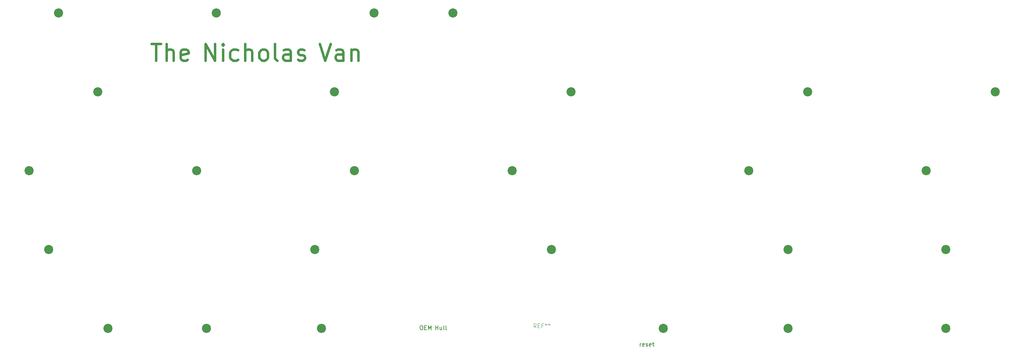
<source format=gbr>
%TF.GenerationSoftware,KiCad,Pcbnew,(7.0.0)*%
%TF.CreationDate,2023-09-29T19:28:17+02:00*%
%TF.ProjectId,Hull OEM 625u,48756c6c-204f-4454-9d20-363235752e6b,rev?*%
%TF.SameCoordinates,Original*%
%TF.FileFunction,Legend,Top*%
%TF.FilePolarity,Positive*%
%FSLAX46Y46*%
G04 Gerber Fmt 4.6, Leading zero omitted, Abs format (unit mm)*
G04 Created by KiCad (PCBNEW (7.0.0)) date 2023-09-29 19:28:17*
%MOMM*%
%LPD*%
G01*
G04 APERTURE LIST*
%ADD10C,0.150000*%
%ADD11C,0.600000*%
%ADD12C,0.100000*%
%ADD13C,2.200000*%
G04 APERTURE END LIST*
D10*
X178562202Y-139273630D02*
X178562202Y-138606964D01*
X178562202Y-138797440D02*
X178609821Y-138702202D01*
X178609821Y-138702202D02*
X178657440Y-138654583D01*
X178657440Y-138654583D02*
X178752678Y-138606964D01*
X178752678Y-138606964D02*
X178847916Y-138606964D01*
X179562202Y-139226011D02*
X179466964Y-139273630D01*
X179466964Y-139273630D02*
X179276488Y-139273630D01*
X179276488Y-139273630D02*
X179181250Y-139226011D01*
X179181250Y-139226011D02*
X179133631Y-139130773D01*
X179133631Y-139130773D02*
X179133631Y-138749821D01*
X179133631Y-138749821D02*
X179181250Y-138654583D01*
X179181250Y-138654583D02*
X179276488Y-138606964D01*
X179276488Y-138606964D02*
X179466964Y-138606964D01*
X179466964Y-138606964D02*
X179562202Y-138654583D01*
X179562202Y-138654583D02*
X179609821Y-138749821D01*
X179609821Y-138749821D02*
X179609821Y-138845059D01*
X179609821Y-138845059D02*
X179133631Y-138940297D01*
X179990774Y-139226011D02*
X180086012Y-139273630D01*
X180086012Y-139273630D02*
X180276488Y-139273630D01*
X180276488Y-139273630D02*
X180371726Y-139226011D01*
X180371726Y-139226011D02*
X180419345Y-139130773D01*
X180419345Y-139130773D02*
X180419345Y-139083154D01*
X180419345Y-139083154D02*
X180371726Y-138987916D01*
X180371726Y-138987916D02*
X180276488Y-138940297D01*
X180276488Y-138940297D02*
X180133631Y-138940297D01*
X180133631Y-138940297D02*
X180038393Y-138892678D01*
X180038393Y-138892678D02*
X179990774Y-138797440D01*
X179990774Y-138797440D02*
X179990774Y-138749821D01*
X179990774Y-138749821D02*
X180038393Y-138654583D01*
X180038393Y-138654583D02*
X180133631Y-138606964D01*
X180133631Y-138606964D02*
X180276488Y-138606964D01*
X180276488Y-138606964D02*
X180371726Y-138654583D01*
X181228869Y-139226011D02*
X181133631Y-139273630D01*
X181133631Y-139273630D02*
X180943155Y-139273630D01*
X180943155Y-139273630D02*
X180847917Y-139226011D01*
X180847917Y-139226011D02*
X180800298Y-139130773D01*
X180800298Y-139130773D02*
X180800298Y-138749821D01*
X180800298Y-138749821D02*
X180847917Y-138654583D01*
X180847917Y-138654583D02*
X180943155Y-138606964D01*
X180943155Y-138606964D02*
X181133631Y-138606964D01*
X181133631Y-138606964D02*
X181228869Y-138654583D01*
X181228869Y-138654583D02*
X181276488Y-138749821D01*
X181276488Y-138749821D02*
X181276488Y-138845059D01*
X181276488Y-138845059D02*
X180800298Y-138940297D01*
X181562203Y-138606964D02*
X181943155Y-138606964D01*
X181705060Y-138273630D02*
X181705060Y-139130773D01*
X181705060Y-139130773D02*
X181752679Y-139226011D01*
X181752679Y-139226011D02*
X181847917Y-139273630D01*
X181847917Y-139273630D02*
X181943155Y-139273630D01*
X125668452Y-134304880D02*
X125858928Y-134304880D01*
X125858928Y-134304880D02*
X125954166Y-134352500D01*
X125954166Y-134352500D02*
X126049404Y-134447738D01*
X126049404Y-134447738D02*
X126097023Y-134638214D01*
X126097023Y-134638214D02*
X126097023Y-134971547D01*
X126097023Y-134971547D02*
X126049404Y-135162023D01*
X126049404Y-135162023D02*
X125954166Y-135257261D01*
X125954166Y-135257261D02*
X125858928Y-135304880D01*
X125858928Y-135304880D02*
X125668452Y-135304880D01*
X125668452Y-135304880D02*
X125573214Y-135257261D01*
X125573214Y-135257261D02*
X125477976Y-135162023D01*
X125477976Y-135162023D02*
X125430357Y-134971547D01*
X125430357Y-134971547D02*
X125430357Y-134638214D01*
X125430357Y-134638214D02*
X125477976Y-134447738D01*
X125477976Y-134447738D02*
X125573214Y-134352500D01*
X125573214Y-134352500D02*
X125668452Y-134304880D01*
X126525595Y-134781071D02*
X126858928Y-134781071D01*
X127001785Y-135304880D02*
X126525595Y-135304880D01*
X126525595Y-135304880D02*
X126525595Y-134304880D01*
X126525595Y-134304880D02*
X127001785Y-134304880D01*
X127430357Y-135304880D02*
X127430357Y-134304880D01*
X127430357Y-134304880D02*
X127763690Y-135019166D01*
X127763690Y-135019166D02*
X128097023Y-134304880D01*
X128097023Y-134304880D02*
X128097023Y-135304880D01*
X129173214Y-135304880D02*
X129173214Y-134304880D01*
X129173214Y-134781071D02*
X129744642Y-134781071D01*
X129744642Y-135304880D02*
X129744642Y-134304880D01*
X130649404Y-134638214D02*
X130649404Y-135304880D01*
X130220833Y-134638214D02*
X130220833Y-135162023D01*
X130220833Y-135162023D02*
X130268452Y-135257261D01*
X130268452Y-135257261D02*
X130363690Y-135304880D01*
X130363690Y-135304880D02*
X130506547Y-135304880D01*
X130506547Y-135304880D02*
X130601785Y-135257261D01*
X130601785Y-135257261D02*
X130649404Y-135209642D01*
X131268452Y-135304880D02*
X131173214Y-135257261D01*
X131173214Y-135257261D02*
X131125595Y-135162023D01*
X131125595Y-135162023D02*
X131125595Y-134304880D01*
X131792262Y-135304880D02*
X131697024Y-135257261D01*
X131697024Y-135257261D02*
X131649405Y-135162023D01*
X131649405Y-135162023D02*
X131649405Y-134304880D01*
D11*
X60541509Y-66231163D02*
X62827223Y-66231163D01*
X61684366Y-70231163D02*
X61684366Y-66231163D01*
X64160556Y-70231163D02*
X64160556Y-66231163D01*
X65874842Y-70231163D02*
X65874842Y-68135925D01*
X65874842Y-68135925D02*
X65684366Y-67754973D01*
X65684366Y-67754973D02*
X65303414Y-67564497D01*
X65303414Y-67564497D02*
X64731985Y-67564497D01*
X64731985Y-67564497D02*
X64351033Y-67754973D01*
X64351033Y-67754973D02*
X64160556Y-67945449D01*
X69303414Y-70040687D02*
X68922462Y-70231163D01*
X68922462Y-70231163D02*
X68160557Y-70231163D01*
X68160557Y-70231163D02*
X67779604Y-70040687D01*
X67779604Y-70040687D02*
X67589128Y-69659735D01*
X67589128Y-69659735D02*
X67589128Y-68135925D01*
X67589128Y-68135925D02*
X67779604Y-67754973D01*
X67779604Y-67754973D02*
X68160557Y-67564497D01*
X68160557Y-67564497D02*
X68922462Y-67564497D01*
X68922462Y-67564497D02*
X69303414Y-67754973D01*
X69303414Y-67754973D02*
X69493890Y-68135925D01*
X69493890Y-68135925D02*
X69493890Y-68516878D01*
X69493890Y-68516878D02*
X67589128Y-68897830D01*
X73608175Y-70231163D02*
X73608175Y-66231163D01*
X73608175Y-66231163D02*
X75893890Y-70231163D01*
X75893890Y-70231163D02*
X75893890Y-66231163D01*
X77798651Y-70231163D02*
X77798651Y-67564497D01*
X77798651Y-66231163D02*
X77608175Y-66421640D01*
X77608175Y-66421640D02*
X77798651Y-66612116D01*
X77798651Y-66612116D02*
X77989128Y-66421640D01*
X77989128Y-66421640D02*
X77798651Y-66231163D01*
X77798651Y-66231163D02*
X77798651Y-66612116D01*
X81417699Y-70040687D02*
X81036747Y-70231163D01*
X81036747Y-70231163D02*
X80274842Y-70231163D01*
X80274842Y-70231163D02*
X79893890Y-70040687D01*
X79893890Y-70040687D02*
X79703413Y-69850211D01*
X79703413Y-69850211D02*
X79512937Y-69469259D01*
X79512937Y-69469259D02*
X79512937Y-68326401D01*
X79512937Y-68326401D02*
X79703413Y-67945449D01*
X79703413Y-67945449D02*
X79893890Y-67754973D01*
X79893890Y-67754973D02*
X80274842Y-67564497D01*
X80274842Y-67564497D02*
X81036747Y-67564497D01*
X81036747Y-67564497D02*
X81417699Y-67754973D01*
X83131984Y-70231163D02*
X83131984Y-66231163D01*
X84846270Y-70231163D02*
X84846270Y-68135925D01*
X84846270Y-68135925D02*
X84655794Y-67754973D01*
X84655794Y-67754973D02*
X84274842Y-67564497D01*
X84274842Y-67564497D02*
X83703413Y-67564497D01*
X83703413Y-67564497D02*
X83322461Y-67754973D01*
X83322461Y-67754973D02*
X83131984Y-67945449D01*
X87322461Y-70231163D02*
X86941509Y-70040687D01*
X86941509Y-70040687D02*
X86751032Y-69850211D01*
X86751032Y-69850211D02*
X86560556Y-69469259D01*
X86560556Y-69469259D02*
X86560556Y-68326401D01*
X86560556Y-68326401D02*
X86751032Y-67945449D01*
X86751032Y-67945449D02*
X86941509Y-67754973D01*
X86941509Y-67754973D02*
X87322461Y-67564497D01*
X87322461Y-67564497D02*
X87893890Y-67564497D01*
X87893890Y-67564497D02*
X88274842Y-67754973D01*
X88274842Y-67754973D02*
X88465318Y-67945449D01*
X88465318Y-67945449D02*
X88655794Y-68326401D01*
X88655794Y-68326401D02*
X88655794Y-69469259D01*
X88655794Y-69469259D02*
X88465318Y-69850211D01*
X88465318Y-69850211D02*
X88274842Y-70040687D01*
X88274842Y-70040687D02*
X87893890Y-70231163D01*
X87893890Y-70231163D02*
X87322461Y-70231163D01*
X90941509Y-70231163D02*
X90560557Y-70040687D01*
X90560557Y-70040687D02*
X90370080Y-69659735D01*
X90370080Y-69659735D02*
X90370080Y-66231163D01*
X94179604Y-70231163D02*
X94179604Y-68135925D01*
X94179604Y-68135925D02*
X93989128Y-67754973D01*
X93989128Y-67754973D02*
X93608176Y-67564497D01*
X93608176Y-67564497D02*
X92846271Y-67564497D01*
X92846271Y-67564497D02*
X92465318Y-67754973D01*
X94179604Y-70040687D02*
X93798652Y-70231163D01*
X93798652Y-70231163D02*
X92846271Y-70231163D01*
X92846271Y-70231163D02*
X92465318Y-70040687D01*
X92465318Y-70040687D02*
X92274842Y-69659735D01*
X92274842Y-69659735D02*
X92274842Y-69278782D01*
X92274842Y-69278782D02*
X92465318Y-68897830D01*
X92465318Y-68897830D02*
X92846271Y-68707354D01*
X92846271Y-68707354D02*
X93798652Y-68707354D01*
X93798652Y-68707354D02*
X94179604Y-68516878D01*
X95893890Y-70040687D02*
X96274843Y-70231163D01*
X96274843Y-70231163D02*
X97036747Y-70231163D01*
X97036747Y-70231163D02*
X97417700Y-70040687D01*
X97417700Y-70040687D02*
X97608176Y-69659735D01*
X97608176Y-69659735D02*
X97608176Y-69469259D01*
X97608176Y-69469259D02*
X97417700Y-69088306D01*
X97417700Y-69088306D02*
X97036747Y-68897830D01*
X97036747Y-68897830D02*
X96465319Y-68897830D01*
X96465319Y-68897830D02*
X96084366Y-68707354D01*
X96084366Y-68707354D02*
X95893890Y-68326401D01*
X95893890Y-68326401D02*
X95893890Y-68135925D01*
X95893890Y-68135925D02*
X96084366Y-67754973D01*
X96084366Y-67754973D02*
X96465319Y-67564497D01*
X96465319Y-67564497D02*
X97036747Y-67564497D01*
X97036747Y-67564497D02*
X97417700Y-67754973D01*
X101151033Y-66231163D02*
X102484366Y-70231163D01*
X102484366Y-70231163D02*
X103817700Y-66231163D01*
X106865318Y-70231163D02*
X106865318Y-68135925D01*
X106865318Y-68135925D02*
X106674842Y-67754973D01*
X106674842Y-67754973D02*
X106293890Y-67564497D01*
X106293890Y-67564497D02*
X105531985Y-67564497D01*
X105531985Y-67564497D02*
X105151032Y-67754973D01*
X106865318Y-70040687D02*
X106484366Y-70231163D01*
X106484366Y-70231163D02*
X105531985Y-70231163D01*
X105531985Y-70231163D02*
X105151032Y-70040687D01*
X105151032Y-70040687D02*
X104960556Y-69659735D01*
X104960556Y-69659735D02*
X104960556Y-69278782D01*
X104960556Y-69278782D02*
X105151032Y-68897830D01*
X105151032Y-68897830D02*
X105531985Y-68707354D01*
X105531985Y-68707354D02*
X106484366Y-68707354D01*
X106484366Y-68707354D02*
X106865318Y-68516878D01*
X108770080Y-67564497D02*
X108770080Y-70231163D01*
X108770080Y-67945449D02*
X108960557Y-67754973D01*
X108960557Y-67754973D02*
X109341509Y-67564497D01*
X109341509Y-67564497D02*
X109912938Y-67564497D01*
X109912938Y-67564497D02*
X110293890Y-67754973D01*
X110293890Y-67754973D02*
X110484366Y-68135925D01*
X110484366Y-68135925D02*
X110484366Y-70231163D01*
D12*
%TO.C,REF\u002A\u002A*%
X153447916Y-134804880D02*
X153114583Y-134328690D01*
X152876488Y-134804880D02*
X152876488Y-133804880D01*
X152876488Y-133804880D02*
X153257440Y-133804880D01*
X153257440Y-133804880D02*
X153352678Y-133852500D01*
X153352678Y-133852500D02*
X153400297Y-133900119D01*
X153400297Y-133900119D02*
X153447916Y-133995357D01*
X153447916Y-133995357D02*
X153447916Y-134138214D01*
X153447916Y-134138214D02*
X153400297Y-134233452D01*
X153400297Y-134233452D02*
X153352678Y-134281071D01*
X153352678Y-134281071D02*
X153257440Y-134328690D01*
X153257440Y-134328690D02*
X152876488Y-134328690D01*
X153876488Y-134281071D02*
X154209821Y-134281071D01*
X154352678Y-134804880D02*
X153876488Y-134804880D01*
X153876488Y-134804880D02*
X153876488Y-133804880D01*
X153876488Y-133804880D02*
X154352678Y-133804880D01*
X155114583Y-134281071D02*
X154781250Y-134281071D01*
X154781250Y-134804880D02*
X154781250Y-133804880D01*
X154781250Y-133804880D02*
X155257440Y-133804880D01*
X155781250Y-133804880D02*
X155781250Y-134042976D01*
X155543155Y-133947738D02*
X155781250Y-134042976D01*
X155781250Y-134042976D02*
X156019345Y-133947738D01*
X155638393Y-134233452D02*
X155781250Y-134042976D01*
X155781250Y-134042976D02*
X155924107Y-134233452D01*
X156543155Y-133804880D02*
X156543155Y-134042976D01*
X156305060Y-133947738D02*
X156543155Y-134042976D01*
X156543155Y-134042976D02*
X156781250Y-133947738D01*
X156400298Y-134233452D02*
X156543155Y-134042976D01*
X156543155Y-134042976D02*
X156686012Y-134233452D01*
%TD*%
D13*
%TO.C,H7*%
X161925000Y-77787500D03*
%TD*%
%TO.C,H22*%
X73818750Y-134937500D03*
%TD*%
%TO.C,H26*%
X252412500Y-134937500D03*
%TD*%
%TO.C,H13*%
X147637500Y-96837500D03*
%TD*%
%TO.C,H8*%
X219075000Y-77787500D03*
%TD*%
%TO.C,H19*%
X214312500Y-115887500D03*
%TD*%
%TO.C,H3*%
X114300000Y-58737500D03*
%TD*%
%TO.C,H18*%
X157162500Y-115887500D03*
%TD*%
%TO.C,H16*%
X35718750Y-115887500D03*
%TD*%
%TO.C,H25*%
X214312500Y-134937500D03*
%TD*%
%TO.C,H24*%
X184150000Y-134937500D03*
%TD*%
%TO.C,H1*%
X38100000Y-58737500D03*
%TD*%
%TO.C,H20*%
X252412500Y-115887500D03*
%TD*%
%TO.C,H17*%
X100012500Y-115887500D03*
%TD*%
%TO.C,H9*%
X264318750Y-77787500D03*
%TD*%
%TO.C,H11*%
X71437500Y-96837500D03*
%TD*%
%TO.C,H2*%
X76200000Y-58737500D03*
%TD*%
%TO.C,H10*%
X30956250Y-96837500D03*
%TD*%
%TO.C,H14*%
X204787500Y-96837500D03*
%TD*%
%TO.C,H21*%
X50006250Y-134937500D03*
%TD*%
%TO.C,H5*%
X47625000Y-77787500D03*
%TD*%
%TO.C,H23*%
X101600000Y-134937500D03*
%TD*%
%TO.C,H12*%
X109537500Y-96837500D03*
%TD*%
%TO.C,H15*%
X247650000Y-96837500D03*
%TD*%
%TO.C,H6*%
X104775000Y-77787500D03*
%TD*%
%TO.C,H4*%
X133350000Y-58737500D03*
%TD*%
M02*

</source>
